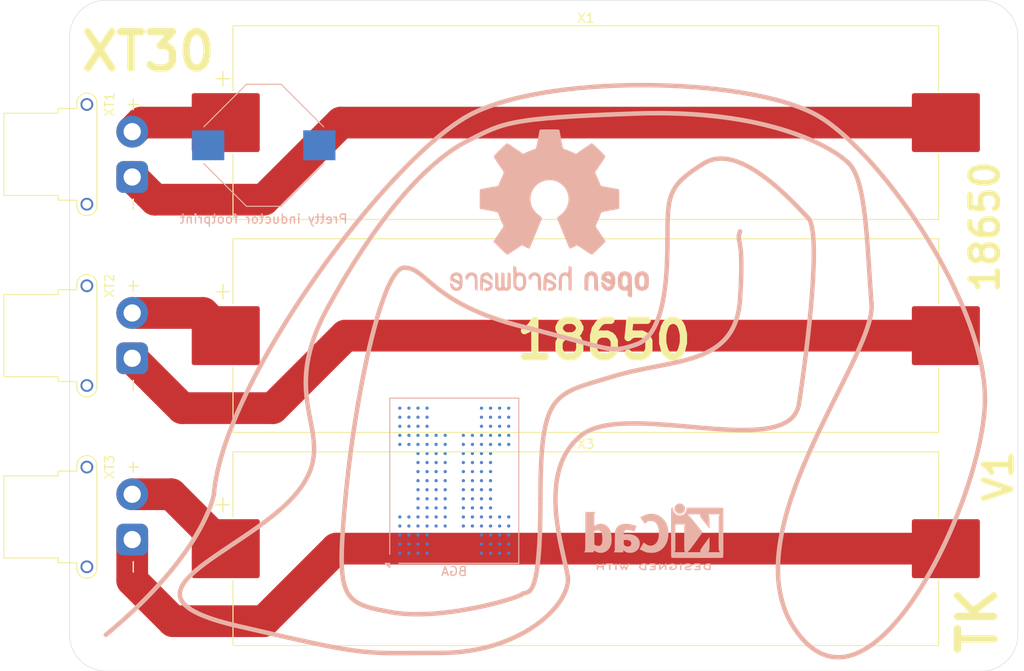
<source format=kicad_pcb>
(kicad_pcb (version 20241229) (generator "pcbnew") (generator_version "9.0")
  (layers (0 "F.Cu" signal) (2 "B.Cu" signal) (13 "F.Paste" user) (15 "B.Paste" user) (5 "F.SilkS" user "F.Silkscreen") (7 "B.SilkS" user "B.Silkscreen") (1 "F.Mask" user) (3 "B.Mask" user) (25 "Edge.Cuts" user))
  (net 0 "")
  (net 1 "Net-(X1-Pin_1)")
  (net 2 "Net-(X1-Pin_2)")
  (net 3 "Net-(X2-Pin_1)")
  (net 4 "Net-(X2-Pin_2)")
  (net 5 "Net-(X3-Pin_2)")
  (net 6 "Net-(X3-Pin_1)")
  (footprint "Battery:BatteryHolder_Keystone_1042_1x18650" (layer "F.Cu") (at 163.5 114.5)
    (property "Reference" "X3" (at 0 -11.53 0) (layer "F.SilkS"))
    (property "Value" "18650 holder")
    (fp_text user "+" (at -40 -5 0) (layer "F.SilkS") (effects (font (size 2 2))))
    (pad "" np_thru_hole circle (at -36.13 -8) (size 2.39 2.39) (drill 2.39) (layers "*.Cu" "*.Mask"))
    (pad "" np_thru_hole circle (at -27.62 8) (size 3.45 3.45) (drill 3.45) (layers "*.Cu" "*.Mask"))
    (pad "" np_thru_hole circle (at 27.62 -8) (size 3.45 3.45) (drill 3.45) (layers "*.Cu" "*.Mask"))
    (pad "1" smd roundrect (at -39.69 0) (size 7.5 6.5) (layers "F.Cu" "F.Mask" "F.Paste") (roundrect_rratio 0.038462) (net 6 "Net-(X3-Pin_1)"))
    (pad "2" smd roundrect (at 39.69 0) (size 7.5 6.5) (layers "F.Cu" "F.Mask" "F.Paste") (roundrect_rratio 0.038462) (net 5 "Net-(X3-Pin_2)"))
  )
  (footprint "Battery:BatteryHolder_Keystone_1042_1x18650" (layer "F.Cu") (at 163.5 67.5)
    (property "Reference" "X1" (at 0 -11.53 0) (layer "F.SilkS"))
    (property "Value" "18650 holder")
    (fp_text user "+" (at -40 -5 0) (layer "F.SilkS") (effects (font (size 2 2))))
    (pad "" np_thru_hole circle (at -36.13 -8) (size 2.39 2.39) (drill 2.39) (layers "*.Cu" "*.Mask"))
    (pad "" np_thru_hole circle (at -27.62 8) (size 3.45 3.45) (drill 3.45) (layers "*.Cu" "*.Mask"))
    (pad "" np_thru_hole circle (at 27.62 -8) (size 3.45 3.45) (drill 3.45) (layers "*.Cu" "*.Mask"))
    (pad "1" smd roundrect (at -39.69 0) (size 7.5 6.5) (layers "F.Cu" "F.Mask" "F.Paste") (roundrect_rratio 0.038462) (net 1 "Net-(X1-Pin_1)"))
    (pad "2" smd roundrect (at 39.69 0) (size 7.5 6.5) (layers "F.Cu" "F.Mask" "F.Paste") (roundrect_rratio 0.038462) (net 2 "Net-(X1-Pin_2)"))
  )
  (footprint "Connector_AMASS:AMASS_XT30PW-F_1x02_P2.50mm_Horizontal" (layer "F.Cu") (at 113.5 93.5 90)
    (property "Reference" "XT2" (at 8 -2.5 90) (layer "F.SilkS"))
    (property "Value" "XT30")
    (fp_text user "+" (at 8 0 90) (layer "F.SilkS") (effects (font (size 1.5 1.5))))
    (fp_text user "-" (at -3 0 90) (layer "F.SilkS") (effects (font (size 1.5 1.5))))
    (pad "" thru_hole circle (at -3 -5 180) (size 1.4 1.4) (drill 1) (layers "*.Cu" "*.Mask"))
    (pad "" thru_hole circle (at 8 -5 90) (size 1.4 1.4) (drill 1) (layers "*.Cu" "*.Mask"))
    (pad "1" thru_hole roundrect (at 0 0 90) (size 3.5 3.5) (drill 1.9) (layers "*.Cu" "*.Mask") (roundrect_rratio 0.22) (net 4 "Net-(X2-Pin_2)"))
    (pad "2" thru_hole circle (at 5 0 90) (size 3.5 3.5) (drill 1.9) (layers "*.Cu" "*.Mask") (net 3 "Net-(X2-Pin_1)"))
  )
  (footprint "Battery:BatteryHolder_Keystone_1042_1x18650" (layer "F.Cu") (at 163.5 91)
    (property "Reference" "X2" (at 0 -11.53 0) (layer "F.SilkS"))
    (property "Value" "18650 holder")
    (fp_text user "+" (at -40 -5 0) (layer "F.SilkS") (effects (font (size 2 2))))
    (pad "" np_thru_hole circle (at -36.13 -8) (size 2.39 2.39) (drill 2.39) (layers "*.Cu" "*.Mask"))
    (pad "" np_thru_hole circle (at -27.62 8) (size 3.45 3.45) (drill 3.45) (layers "*.Cu" "*.Mask"))
    (pad "" np_thru_hole circle (at 27.62 -8) (size 3.45 3.45) (drill 3.45) (layers "*.Cu" "*.Mask"))
    (pad "1" smd roundrect (at -39.69 0) (size 7.5 6.5) (layers "F.Cu" "F.Mask" "F.Paste") (roundrect_rratio 0.038462) (net 3 "Net-(X2-Pin_1)"))
    (pad "2" smd roundrect (at 39.69 0) (size 7.5 6.5) (layers "F.Cu" "F.Mask" "F.Paste") (roundrect_rratio 0.038462) (net 4 "Net-(X2-Pin_2)"))
  )
  (footprint "Connector_AMASS:AMASS_XT30PW-F_1x02_P2.50mm_Horizontal" (layer "F.Cu") (at 113.5 73.5 90)
    (property "Reference" "XT1" (at 8 -2.5 90) (layer "F.SilkS"))
    (property "Value" "XT30")
    (fp_text user "-" (at -3 0 90) (layer "F.SilkS") (effects (font (size 1.5 1.5))))
    (fp_text user "+" (at 8 0 90) (layer "F.SilkS") (effects (font (size 1.5 1.5))))
    (pad "" thru_hole circle (at -3 -5 180) (size 1.4 1.4) (drill 1) (layers "*.Cu" "*.Mask"))
    (pad "" thru_hole circle (at 8 -5 90) (size 1.4 1.4) (drill 1) (layers "*.Cu" "*.Mask"))
    (pad "1" thru_hole roundrect (at 0 0 90) (size 3.5 3.5) (drill 1.9) (layers "*.Cu" "*.Mask") (roundrect_rratio 0.22) (net 2 "Net-(X1-Pin_2)"))
    (pad "2" thru_hole circle (at 5 0 90) (size 3.5 3.5) (drill 1.9) (layers "*.Cu" "*.Mask") (net 1 "Net-(X1-Pin_1)"))
  )
  (footprint "Connector_AMASS:AMASS_XT30PW-F_1x02_P2.50mm_Horizontal" (layer "F.Cu") (at 113.5 113.5 90)
    (property "Reference" "XT3" (at 8 -2.5 90) (layer "F.SilkS"))
    (property "Value" "XT30")
    (fp_text user "-" (at -3 0 90) (layer "F.SilkS") (effects (font (size 1.5 1.5))))
    (fp_text user "+" (at 8 0 90) (layer "F.SilkS") (effects (font (size 1.5 1.5))))
    (pad "" thru_hole circle (at -3 -5 180) (size 1.4 1.4) (drill 1) (layers "*.Cu" "*.Mask"))
    (pad "" thru_hole circle (at 8 -5 90) (size 1.4 1.4) (drill 1) (layers "*.Cu" "*.Mask"))
    (pad "1" thru_hole roundrect (at 0 0 90) (size 3.5 3.5) (drill 1.9) (layers "*.Cu" "*.Mask") (roundrect_rratio 0.22) (net 5 "Net-(X3-Pin_2)"))
    (pad "2" thru_hole circle (at 5 0 90) (size 3.5 3.5) (drill 1.9) (layers "*.Cu" "*.Mask") (net 6 "Net-(X3-Pin_1)"))
  )
  (footprint "Package_BGA:BGA-152_14x18mm_Layout13x17_P1mm" (layer "B.Cu") (at 149 107)
    (property "Reference" "BGA" (at 0 10 180) (layer "B.SilkS") (effects (justify mirror)))
    (property "Value" "BGA-152_14x18mm_Layout13x17_P1mm")
    (pad "A1" smd circle (at -6 8) (size 0.36 0.36) (property pad_prop_bga) (layers "B.Cu" "B.Mask" "B.Paste"))
    (pad "A2" smd circle (at -5 8) (size 0.36 0.36) (property pad_prop_bga) (layers "B.Cu" "B.Mask" "B.Paste"))
    (pad "A3" smd circle (at -4 8) (size 0.36 0.36) (property pad_prop_bga) (layers "B.Cu" "B.Mask" "B.Paste"))
    (pad "A4" smd circle (at -3 8) (size 0.36 0.36) (property pad_prop_bga) (layers "B.Cu" "B.Mask" "B.Paste"))
    (pad "A10" smd circle (at 3 8) (size 0.36 0.36) (property pad_prop_bga) (layers "B.Cu" "B.Mask" "B.Paste"))
    (pad "A11" smd circle (at 4 8) (size 0.36 0.36) (property pad_prop_bga) (layers "B.Cu" "B.Mask" "B.Paste"))
    (pad "A12" smd circle (at 5 8) (size 0.36 0.36) (property pad_prop_bga) (layers "B.Cu" "B.Mask" "B.Paste"))
    (pad "A13" smd circle (at 6 8) (size 0.36 0.36) (property pad_prop_bga) (layers "B.Cu" "B.Mask" "B.Paste"))
    (pad "B1" smd circle (at -6 7) (size 0.36 0.36) (property pad_prop_bga) (layers "B.Cu" "B.Mask" "B.Paste"))
    (pad "B2" smd circle (at -5 7) (size 0.36 0.36) (property pad_prop_bga) (layers "B.Cu" "B.Mask" "B.Paste"))
    (pad "B3" smd circle (at -4 7) (size 0.36 0.36) (property pad_prop_bga) (layers "B.Cu" "B.Mask" "B.Paste"))
    (pad "B4" smd circle (at -3 7) (size 0.36 0.36) (property pad_prop_bga) (layers "B.Cu" "B.Mask" "B.Paste"))
    (pad "B10" smd circle (at 3 7) (size 0.36 0.36) (property pad_prop_bga) (layers "B.Cu" "B.Mask" "B.Paste"))
    (pad "B11" smd circle (at 4 7) (size 0.36 0.36) (property pad_prop_bga) (layers "B.Cu" "B.Mask" "B.Paste"))
    (pad "B12" smd circle (at 5 7) (size 0.36 0.36) (property pad_prop_bga) (layers "B.Cu" "B.Mask" "B.Paste"))
    (pad "B13" smd circle (at 6 7) (size 0.36 0.36) (property pad_prop_bga) (layers "B.Cu" "B.Mask" "B.Paste"))
    (pad "C1" smd circle (at -6 6) (size 0.36 0.36) (property pad_prop_bga) (layers "B.Cu" "B.Mask" "B.Paste"))
    (pad "C2" smd circle (at -5 6) (size 0.36 0.36) (property pad_prop_bga) (layers "B.Cu" "B.Mask" "B.Paste"))
    (pad "C3" smd circle (at -4 6) (size 0.36 0.36) (property pad_prop_bga) (layers "B.Cu" "B.Mask" "B.Paste"))
    (pad "C4" smd circle (at -3 6) (size 0.36 0.36) (property pad_prop_bga) (layers "B.Cu" "B.Mask" "B.Paste"))
    (pad "C10" smd circle (at 3 6) (size 0.36 0.36) (property pad_prop_bga) (layers "B.Cu" "B.Mask" "B.Paste"))
    (pad "C11" smd circle (at 4 6) (size 0.36 0.36) (property pad_prop_bga) (layers "B.Cu" "B.Mask" "B.Paste"))
    (pad "C12" smd circle (at 5 6) (size 0.36 0.36) (property pad_prop_bga) (layers "B.Cu" "B.Mask" "B.Paste"))
    (pad "C13" smd circle (at 6 6) (size 0.36 0.36) (property pad_prop_bga) (layers "B.Cu" "B.Mask" "B.Paste"))
    (pad "D1" smd circle (at -6 5) (size 0.36 0.36) (property pad_prop_bga) (layers "B.Cu" "B.Mask" "B.Paste"))
    (pad "D2" smd circle (at -5 5) (size 0.36 0.36) (property pad_prop_bga) (layers "B.Cu" "B.Mask" "B.Paste"))
    (pad "D3" smd circle (at -4 5) (size 0.36 0.36) (property pad_prop_bga) (layers "B.Cu" "B.Mask" "B.Paste"))
    (pad "D4" smd circle (at -3 5) (size 0.36 0.36) (property pad_prop_bga) (layers "B.Cu" "B.Mask" "B.Paste"))
    (pad "D5" smd circle (at -2 5) (size 0.36 0.36) (property pad_prop_bga) (layers "B.Cu" "B.Mask" "B.Paste"))
    (pad "D6" smd circle (at -1 5) (size 0.36 0.36) (property pad_prop_bga) (layers "B.Cu" "B.Mask" "B.Paste"))
    (pad "D8" smd circle (at 1 5) (size 0.36 0.36) (property pad_prop_bga) (layers "B.Cu" "B.Mask" "B.Paste"))
    (pad "D9" smd circle (at 2 5) (size 0.36 0.36) (property pad_prop_bga) (layers "B.Cu" "B.Mask" "B.Paste"))
    (pad "D10" smd circle (at 3 5) (size 0.36 0.36) (property pad_prop_bga) (layers "B.Cu" "B.Mask" "B.Paste"))
    (pad "D11" smd circle (at 4 5) (size 0.36 0.36) (property pad_prop_bga) (layers "B.Cu" "B.Mask" "B.Paste"))
    (pad "D12" smd circle (at 5 5) (size 0.36 0.36) (property pad_prop_bga) (layers "B.Cu" "B.Mask" "B.Paste"))
    (pad "D13" smd circle (at 6 5) (size 0.36 0.36) (property pad_prop_bga) (layers "B.Cu" "B.Mask" "B.Paste"))
    (pad "E1" smd circle (at -6 4) (size 0.36 0.36) (property pad_prop_bga) (layers "B.Cu" "B.Mask" "B.Paste"))
    (pad "E2" smd circle (at -5 4) (size 0.36 0.36) (property pad_prop_bga) (layers "B.Cu" "B.Mask" "B.Paste"))
    (pad "E3" smd circle (at -4 4) (size 0.36 0.36) (property pad_prop_bga) (layers "B.Cu" "B.Mask" "B.Paste"))
    (pad "E4" smd circle (at -3 4) (size 0.36 0.36) (property pad_prop_bga) (layers "B.Cu" "B.Mask" "B.Paste"))
    (pad "E5" smd circle (at -2 4) (size 0.36 0.36) (property pad_prop_bga) (layers "B.Cu" "B.Mask" "B.Paste"))
    (pad "E6" smd circle (at -1 4) (size 0.36 0.36) (property pad_prop_bga) (layers "B.Cu" "B.Mask" "B.Paste"))
    (pad "E8" smd circle (at 1 4) (size 0.36 0.36) (property pad_prop_bga) (layers "B.Cu" "B.Mask" "B.Paste"))
    (pad "E9" smd circle (at 2 4) (size 0.36 0.36) (property pad_prop_bga) (layers "B.Cu" "B.Mask" "B.Paste"))
    (pad "E10" smd circle (at 3 4) (size 0.36 0.36) (property pad_prop_bga) (layers "B.Cu" "B.Mask" "B.Paste"))
    (pad "E11" smd circle (at 4 4) (size 0.36 0.36) (property pad_prop_bga) (layers "B.Cu" "B.Mask" "B.Paste"))
    (pad "E12" smd circle (at 5 4) (size 0.36 0.36) (property pad_prop_bga) (layers "B.Cu" "B.Mask" "B.Paste"))
    (pad "E13" smd circle (at 6 4) (size 0.36 0.36) (property pad_prop_bga) (layers "B.Cu" "B.Mask" "B.Paste"))
    (pad "F3" smd circle (at -4 3) (size 0.36 0.36) (property pad_prop_bga) (layers "B.Cu" "B.Mask" "B.Paste"))
    (pad "F4" smd circle (at -3 3) (size 0.36 0.36) (property pad_prop_bga) (layers "B.Cu" "B.Mask" "B.Paste"))
    (pad "F5" smd circle (at -2 3) (size 0.36 0.36) (property pad_prop_bga) (layers "B.Cu" "B.Mask" "B.Paste"))
    (pad "F6" smd circle (at -1 3) (size 0.36 0.36) (property pad_prop_bga) (layers "B.Cu" "B.Mask" "B.Paste"))
    (pad "F8" smd circle (at 1 3) (size 0.36 0.36) (property pad_prop_bga) (layers "B.Cu" "B.Mask" "B.Paste"))
    (pad "F9" smd circle (at 2 3) (size 0.36 0.36) (property pad_prop_bga) (layers "B.Cu" "B.Mask" "B.Paste"))
    (pad "F10" smd circle (at 3 3) (size 0.36 0.36) (property pad_prop_bga) (layers "B.Cu" "B.Mask" "B.Paste"))
    (pad "F11" smd circle (at 4 3) (size 0.36 0.36) (property pad_prop_bga) (layers "B.Cu" "B.Mask" "B.Paste"))
    (pad "G3" smd circle (at -4 2) (size 0.36 0.36) (property pad_prop_bga) (layers "B.Cu" "B.Mask" "B.Paste"))
    (pad "G4" smd circle (at -3 2) (size 0.36 0.36) (property pad_prop_bga) (layers "B.Cu" "B.Mask" "B.Paste"))
    (pad "G5" smd circle (at -2 2) (size 0.36 0.36) (property pad_prop_bga) (layers "B.Cu" "B.Mask" "B.Paste"))
    (pad "G6" smd circle (at -1 2) (size 0.36 0.36) (property pad_prop_bga) (layers "B.Cu" "B.Mask" "B.Paste"))
    (pad "G8" smd circle (at 1 2) (size 0.36 0.36) (property pad_prop_bga) (layers "B.Cu" "B.Mask" "B.Paste"))
    (pad "G9" smd circle (at 2 2) (size 0.36 0.36) (property pad_prop_bga) (layers "B.Cu" "B.Mask" "B.Paste"))
    (pad "G10" smd circle (at 3 2) (size 0.36 0.36) (property pad_prop_bga) (layers "B.Cu" "B.Mask" "B.Paste"))
    (pad "G11" smd circle (at 4 2) (size 0.36 0.36) (property pad_prop_bga) (layers "B.Cu" "B.Mask" "B.Paste"))
    (pad "H3" smd circle (at -4 1) (size 0.36 0.36) (property pad_prop_bga) (layers "B.Cu" "B.Mask" "B.Paste"))
    (pad "H4" smd circle (at -3 1) (size 0.36 0.36) (property pad_prop_bga) (layers "B.Cu" "B.Mask" "B.Paste"))
    (pad "H5" smd circle (at -2 1) (size 0.36 0.36) (property pad_prop_bga) (layers "B.Cu" "B.Mask" "B.Paste"))
    (pad "H6" smd circle (at -1 1) (size 0.36 0.36) (property pad_prop_bga) (layers "B.Cu" "B.Mask" "B.Paste"))
    (pad "H8" smd circle (at 1 1) (size 0.36 0.36) (property pad_prop_bga) (layers "B.Cu" "B.Mask" "B.Paste"))
    (pad "H9" smd circle (at 2 1) (size 0.36 0.36) (property pad_prop_bga) (layers "B.Cu" "B.Mask" "B.Paste"))
    (pad "H10" smd circle (at 3 1) (size 0.36 0.36) (property pad_prop_bga) (layers "B.Cu" "B.Mask" "B.Paste"))
    (pad "H11" smd circle (at 4 1) (size 0.36 0.36) (property pad_prop_bga) (layers "B.Cu" "B.Mask" "B.Paste"))
    (pad "J3" smd circle (at -4 0) (size 0.36 0.36) (property pad_prop_bga) (layers "B.Cu" "B.Mask" "B.Paste"))
    (pad "J4" smd circle (at -3 0) (size 0.36 0.36) (property pad_prop_bga) (layers "B.Cu" "B.Mask" "B.Paste"))
    (pad "J5" smd circle (at -2 0) (size 0.36 0.36) (property pad_prop_bga) (layers "B.Cu" "B.Mask" "B.Paste"))
    (pad "J6" smd circle (at -1 0) (size 0.36 0.36) (property pad_prop_bga) (layers "B.Cu" "B.Mask" "B.Paste"))
    (pad "J8" smd circle (at 1 0) (size 0.36 0.36) (property pad_prop_bga) (layers "B.Cu" "B.Mask" "B.Paste"))
    (pad "J9" smd circle (at 2 0) (size 0.36 0.36) (property pad_prop_bga) (layers "B.Cu" "B.Mask" "B.Paste"))
    (pad "J10" smd circle (at 3 0) (size 0.36 0.36) (property pad_prop_bga) (layers "B.Cu" "B.Mask" "B.Paste"))
    (pad "J11" smd circle (at 4 0) (size 0.36 0.36) (property pad_prop_bga) (layers "B.Cu" "B.Mask" "B.Paste"))
    (pad "K3" smd circle (at -4 -1) (size 0.36 0.36) (property pad_prop_bga) (layers "B.Cu" "B.Mask" "B.Paste"))
    (pad "K4" smd circle (at -3 -1) (size 0.36 0.36) (property pad_prop_bga) (layers "B.Cu" "B.Mask" "B.Paste"))
    (pad "K5" smd circle (at -2 -1) (size 0.36 0.36) (property pad_prop_bga) (layers "B.Cu" "B.Mask" "B.Paste"))
    (pad "K6" smd circle (at -1 -1) (size 0.36 0.36) (property pad_prop_bga) (layers "B.Cu" "B.Mask" "B.Paste"))
    (pad "K8" smd circle (at 1 -1) (size 0.36 0.36) (property pad_prop_bga) (layers "B.Cu" "B.Mask" "B.Paste"))
    (pad "K9" smd circle (at 2 -1) (size 0.36 0.36) (property pad_prop_bga) (layers "B.Cu" "B.Mask" "B.Paste"))
    (pad "K10" smd circle (at 3 -1) (size 0.36 0.36) (property pad_prop_bga) (layers "B.Cu" "B.Mask" "B.Paste"))
    (pad "K11" smd circle (at 4 -1) (size 0.36 0.36) (property pad_prop_bga) (layers "B.Cu" "B.Mask" "B.Paste"))
    (pad "L3" smd circle (at -4 -2) (size 0.36 0.36) (property pad_prop_bga) (layers "B.Cu" "B.Mask" "B.Paste"))
    (pad "L4" smd circle (at -3 -2) (size 0.36 0.36) (property pad_prop_bga) (layers "B.Cu" "B.Mask" "B.Paste"))
    (pad "L5" smd circle (at -2 -2) (size 0.36 0.36) (property pad_prop_bga) (layers "B.Cu" "B.Mask" "B.Paste"))
    (pad "L6" smd circle (at -1 -2) (size 0.36 0.36) (property pad_prop_bga) (layers "B.Cu" "B.Mask" "B.Paste"))
    (pad "L8" smd circle (at 1 -2) (size 0.36 0.36) (property pad_prop_bga) (layers "B.Cu" "B.Mask" "B.Paste"))
    (pad "L9" smd circle (at 2 -2) (size 0.36 0.36) (property pad_prop_bga) (layers "B.Cu" "B.Mask" "B.Paste"))
    (pad "L10" smd circle (at 3 -2) (size 0.36 0.36) (property pad_prop_bga) (layers "B.Cu" "B.Mask" "B.Paste"))
    (pad "L11" smd circle (at 4 -2) (size 0.36 0.36) (property pad_prop_bga) (layers "B.Cu" "B.Mask" "B.Paste"))
    (pad "M3" smd circle (at -4 -3) (size 0.36 0.36) (property pad_prop_bga) (layers "B.Cu" "B.Mask" "B.Paste"))
    (pad "M4" smd circle (at -3 -3) (size 0.36 0.36) (property pad_prop_bga) (layers "B.Cu" "B.Mask" "B.Paste"))
    (pad "M5" smd circle (at -2 -3) (size 0.36 0.36) (property pad_prop_bga) (layers "B.Cu" "B.Mask" "B.Paste"))
    (pad "M6" smd circle (at -1 -3) (size 0.36 0.36) (property pad_prop_bga) (layers "B.Cu" "B.Mask" "B.Paste"))
    (pad "M8" smd circle (at 1 -3) (size 0.36 0.36) (property pad_prop_bga) (layers "B.Cu" "B.Mask" "B.Paste"))
    (pad "M9" smd circle (at 2 -3) (size 0.36 0.36) (property pad_prop_bga) (layers "B.Cu" "B.Mask" "B.Paste"))
    (pad "M10" smd circle (at 3 -3) (size 0.36 0.36) (property pad_prop_bga) (layers "B.Cu" "B.Mask" "B.Paste"))
    (pad "M11" smd circle (at 4 -3) (size 0.36 0.36) (property pad_prop_bga) (layers "B.Cu" "B.Mask" "B.Paste"))
    (pad "N1" smd circle (at -6 -4) (size 0.36 0.36) (property pad_prop_bga) (layers "B.Cu" "B.Mask" "B.Paste"))
    (pad "N2" smd circle (at -5 -4) (size 0.36 0.36) (property pad_prop_bga) (layers "B.Cu" "B.Mask" "B.Paste"))
    (pad "N3" smd circle (at -4 -4) (size 0.36 0.36) (property pad_prop_bga) (layers "B.Cu" "B.Mask" "B.Paste"))
    (pad "N4" smd circle (at -3 -4) (size 0.36 0.36) (property pad_prop_bga) (layers "B.Cu" "B.Mask" "B.Paste"))
    (pad "N5" smd circle (at -2 -4) (size 0.36 0.36) (property pad_prop_bga) (layers "B.Cu" "B.Mask" "B.Paste"))
    (pad "N6" smd circle (at -1 -4) (size 0.36 0.36) (property pad_prop_bga) (layers "B.Cu" "B.Mask" "B.Paste"))
    (pad "N8" smd circle (at 1 -4) (size 0.36 0.36) (property pad_prop_bga) (layers "B.Cu" "B.Mask" "B.Paste"))
    (pad "N9" smd circle (at 2 -4) (size 0.36 0.36) (property pad_prop_bga) (layers "B.Cu" "B.Mask" "B.Paste"))
    (pad "N10" smd circle (at 3 -4) (size 0.36 0.36) (property pad_prop_bga) (layers "B.Cu" "B.Mask" "B.Paste"))
    (pad "N11" smd circle (at 4 -4) (size 0.36 0.36) (property pad_prop_bga) (layers "B.Cu" "B.Mask" "B.Paste"))
    (pad "N12" smd circle (at 5 -4) (size 0.36 0.36) (property pad_prop_bga) (layers "B.Cu" "B.Mask" "B.Paste"))
    (pad "N13" smd circle (at 6 -4) (size 0.36 0.36) (property pad_prop_bga) (layers "B.Cu" "B.Mask" "B.Paste"))
    (pad "P1" smd circle (at -6 -5) (size 0.36 0.36) (property pad_prop_bga) (layers "B.Cu" "B.Mask" "B.Paste"))
    (pad "P2" smd circle (at -5 -5) (size 0.36 0.36) (property pad_prop_bga) (layers "B.Cu" "B.Mask" "B.Paste"))
    (pad "P3" smd circle (at -4 -5) (size 0.36 0.36) (property pad_prop_bga) (layers "B.Cu" "B.Mask" "B.Paste"))
    (pad "P4" smd circle (at -3 -5) (size 0.36 0.36) (property pad_prop_bga) (layers "B.Cu" "B.Mask" "B.Paste"))
    (pad "P5" smd circle (at -2 -5) (size 0.36 0.36) (property pad_prop_bga) (layers "B.Cu" "B.Mask" "B.Paste"))
    (pad "P6" smd circle (at -1 -5) (size 0.36 0.36) (property pad_prop_bga) (layers "B.Cu" "B.Mask" "B.Paste"))
    (pad "P8" smd circle (at 1 -5) (size 0.36 0.36) (property pad_prop_bga) (layers "B.Cu" "B.Mask" "B.Paste"))
    (pad "P9" smd circle (at 2 -5) (size 0.36 0.36) (property pad_prop_bga) (layers "B.Cu" "B.Mask" "B.Paste"))
    (pad "P10" smd circle (at 3 -5) (size 0.36 0.36) (property pad_prop_bga) (layers "B.Cu" "B.Mask" "B.Paste"))
    (pad "P11" smd circle (at 4 -5) (size 0.36 0.36) (property pad_prop_bga) (layers "B.Cu" "B.Mask" "B.Paste"))
    (pad "P12" smd circle (at 5 -5) (size 0.36 0.36) (property pad_prop_bga) (layers "B.Cu" "B.Mask" "B.Paste"))
    (pad "P13" smd circle (at 6 -5) (size 0.36 0.36) (property pad_prop_bga) (layers "B.Cu" "B.Mask" "B.Paste"))
    (pad "R1" smd circle (at -6 -6) (size 0.36 0.36) (property pad_prop_bga) (layers "B.Cu" "B.Mask" "B.Paste"))
    (pad "R2" smd circle (at -5 -6) (size 0.36 0.36) (property pad_prop_bga) (layers "B.Cu" "B.Mask" "B.Paste"))
    (pad "R3" smd circle (at -4 -6) (size 0.36 0.36) (property pad_prop_bga) (layers "B.Cu" "B.Mask" "B.Paste"))
    (pad "R4" smd circle (at -3 -6) (size 0.36 0.36) (property pad_prop_bga) (layers "B.Cu" "B.Mask" "B.Paste"))
    (pad "R10" smd circle (at 3 -6) (size 0.36 0.36) (property pad_prop_bga) (layers "B.Cu" "B.Mask" "B.Paste"))
    (pad "R11" smd circle (at 4 -6) (size 0.36 0.36) (property pad_prop_bga) (layers "B.Cu" "B.Mask" "B.Paste"))
    (pad "R12" smd circle (at 5 -6) (size 0.36 0.36) (property pad_prop_bga) (layers "B.Cu" "B.Mask" "B.Paste"))
    (pad "R13" smd circle (at 6 -6) (size 0.36 0.36) (property pad_prop_bga) (layers "B.Cu" "B.Mask" "B.Paste"))
    (pad "T1" smd circle (at -6 -7) (size 0.36 0.36) (property pad_prop_bga) (layers "B.Cu" "B.Mask" "B.Paste"))
    (pad "T2" smd circle (at -5 -7) (size 0.36 0.36) (property pad_prop_bga) (layers "B.Cu" "B.Mask" "B.Paste"))
    (pad "T3" smd circle (at -4 -7) (size 0.36 0.36) (property pad_prop_bga) (layers "B.Cu" "B.Mask" "B.Paste"))
    (pad "T4" smd circle (at -3 -7) (size 0.36 0.36) (property pad_prop_bga) (layers "B.Cu" "B.Mask" "B.Paste"))
    (pad "T10" smd circle (at 3 -7) (size 0.36 0.36) (property pad_prop_bga) (layers "B.Cu" "B.Mask" "B.Paste"))
    (pad "T11" smd circle (at 4 -7) (size 0.36 0.36) (property pad_prop_bga) (layers "B.Cu" "B.Mask" "B.Paste"))
    (pad "T12" smd circle (at 5 -7) (size 0.36 0.36) (property pad_prop_bga) (layers "B.Cu" "B.Mask" "B.Paste"))
    (pad "T13" smd circle (at 6 -7) (size 0.36 0.36) (property pad_prop_bga) (layers "B.Cu" "B.Mask" "B.Paste"))
    (pad "U1" smd circle (at -6 -8) (size 0.36 0.36) (property pad_prop_bga) (layers "B.Cu" "B.Mask" "B.Paste"))
    (pad "U2" smd circle (at -5 -8) (size 0.36 0.36) (property pad_prop_bga) (layers "B.Cu" "B.Mask" "B.Paste"))
    (pad "U3" smd circle (at -4 -8) (size 0.36 0.36) (property pad_prop_bga) (layers "B.Cu" "B.Mask" "B.Paste"))
    (pad "U4" smd circle (at -3 -8) (size 0.36 0.36) (property pad_prop_bga) (layers "B.Cu" "B.Mask" "B.Paste"))
    (pad "U10" smd circle (at 3 -8) (size 0.36 0.36) (property pad_prop_bga) (layers "B.Cu" "B.Mask" "B.Paste"))
    (pad "U11" smd circle (at 4 -8) (size 0.36 0.36) (property pad_prop_bga) (layers "B.Cu" "B.Mask" "B.Paste"))
    (pad "U12" smd circle (at 5 -8) (size 0.36 0.36) (property pad_prop_bga) (layers "B.Cu" "B.Mask" "B.Paste"))
    (pad "U13" smd circle (at 6 -8) (size 0.36 0.36) (property pad_prop_bga) (layers "B.Cu" "B.Mask" "B.Paste"))
  )
  (footprint "Symbol:OSHW-Logo2_24.3x20mm_SilkScreen" (layer "B.Cu") (at 159.5 77.5 180)
    (property "Reference" "REF**" (hide yes))
    (property "Value" "OSHW-Logo2_24.3x20mm_SilkScreen" (hide yes))
  )
  (footprint "Symbol:KiCad-Logo2_6mm_SilkScreen" (layer "B.Cu") (at 171 112.5 180)
    (property "Reference" "REF**" (hide yes))
    (property "Value" "KiCad-Logo2_6mm_SilkScreen" (hide yes))
  )
  (footprint "Inductor_SMD:L_Sagami_CER1257B" (layer "B.Cu") (at 128 70)
    (property "Reference" "Pretty inductor footprint" (at 0 8.128 180) (layer "B.SilkS") (effects (justify mirror)))
    (property "Value" "L_Sagami_CER1257B")
    (pad "1" smd rect (at -6.125 0) (size 3.55 3.3) (layers "B.Cu" "B.Mask" "B.Paste"))
    (pad "2" smd rect (at 6.125 0) (size 3.55 3.3) (layers "B.Cu" "B.Mask" "B.Paste"))
  )
  (gr_curve (pts (xy 207.5 98) (xy 207.5 108.5) (xy 195.338733 134.589385) (xy 187 124)) (stroke (width 0.5)) (layer "B.SilkS"))
  (gr_curve (pts (xy 156.5 119.5) (xy 157 119) (xy 158.5 121) (xy 158.5 109)) (stroke (width 0.5)) (layer "B.SilkS"))
  (gr_curve (pts (xy 147.5 126) (xy 156.5 126) (xy 162 120.5) (xy 161.5 117.5)) (stroke (width 0.5)) (layer "B.SilkS"))
  (gr_curve (pts (xy 189.5 67) (xy 196.5 71.5) (xy 207.5 87.5) (xy 207.5 98)) (stroke (width 0.5)) (layer "B.SilkS"))
  (gr_curve (pts (xy 110.6 124) (xy 121.5 115) (xy 122.5 108.5) (xy 122.5 108.5)) (stroke (width 0.5)) (layer "B.SilkS"))
  (gr_curve (pts (xy 166.5 95.5) (xy 173 93.5) (xy 180 94.5) (xy 180.5 87)) (stroke (width 0.5)) (layer "B.SilkS"))
  (gr_curve (pts (xy 172.5 80.5) (xy 172.5 85.5) (xy 172 91) (xy 169 92)) (stroke (width 0.5)) (layer "B.SilkS"))
  (gr_curve (pts (xy 135 88) (xy 129 99) (xy 137 102) (xy 131.5 108.5)) (stroke (width 0.5)) (layer "B.SilkS"))
  (gr_curve (pts (xy 122.5 108.5) (xy 123.5 96) (xy 142 71) (xy 151 66.5)) (stroke (width 0.5)) (layer "B.SilkS"))
  (gr_curve (pts (xy 188 78) (xy 186.5 76.5) (xy 180.5 69.5) (xy 176.5 72)) (stroke (width 0.5)) (layer "B.SilkS"))
  (gr_curve (pts (xy 169 92) (xy 166 93) (xy 166.5 92.5) (xy 156.5 90)) (stroke (width 0.5)) (layer "B.SilkS"))
  (gr_curve (pts (xy 150.5 69.5) (xy 146.5 71.5) (xy 141 77) (xy 135 88)) (stroke (width 0.5)) (layer "B.SilkS"))
  (gr_curve (pts (xy 163 102) (xy 168 98) (xy 186 105) (xy 187 98.5)) (stroke (width 0.5)) (layer "B.SilkS"))
  (gr_curve (pts (xy 187 98.5) (xy 188 92) (xy 189.5 79.5) (xy 188 78)) (stroke (width 0.5)) (layer "B.SilkS"))
  (gr_curve (pts (xy 158.5 109) (xy 158.5 97) (xy 160 97.5) (xy 166.5 95.5)) (stroke (width 0.5)) (layer "B.SilkS"))
  (gr_curve (pts (xy 195 87.5) (xy 194.5 81.5) (xy 194.5 74) (xy 192.5 72)) (stroke (width 0.5)) (layer "B.SilkS"))
  (gr_curve (pts (xy 187 124) (xy 178.661267 113.410615) (xy 195.5 93.5) (xy 195 87.5)) (stroke (width 0.5)) (layer "B.SilkS"))
  (gr_curve (pts (xy 143.5 83.5) (xy 141 83.5) (xy 138 98) (xy 137 109)) (stroke (width 0.5)) (layer "B.SilkS"))
  (gr_curve (pts (xy 169 66.5) (xy 154.85666 67) (xy 154.5 67.5) (xy 150.5 69.5)) (stroke (width 0.5)) (layer "B.SilkS"))
  (gr_curve (pts (xy 176.5 72) (xy 172.5 74.5) (xy 172.5 75.5) (xy 172.5 80.5)) (stroke (width 0.5)) (layer "B.SilkS"))
  (gr_curve (pts (xy 131.5 108.5) (xy 126 115) (xy 110 119.5) (xy 125 123)) (stroke (width 0.5)) (layer "B.SilkS"))
  (gr_curve (pts (xy 180.5 87) (xy 181 79.5) (xy 180 81) (xy 180.5 79.5)) (stroke (width 0.5)) (layer "B.SilkS"))
  (gr_curve (pts (xy 151 66.5) (xy 160 62) (xy 182.5 62.5) (xy 189.5 67)) (stroke (width 0.5)) (layer "B.SilkS"))
  (gr_curve (pts (xy 142 121.5) (xy 147.5 122.5) (xy 156 120) (xy 156.5 119.5)) (stroke (width 0.5)) (layer "B.SilkS"))
  (gr_curve (pts (xy 192.5 72) (xy 190.5 70) (xy 183.14334 66) (xy 169 66.5)) (stroke (width 0.5)) (layer "B.SilkS"))
  (gr_curve (pts (xy 137 109) (xy 136 120) (xy 136.5 120.5) (xy 142 121.5)) (stroke (width 0.5)) (layer "B.SilkS"))
  (gr_curve (pts (xy 161.5 117.5) (xy 161 114.5) (xy 158 106) (xy 163 102)) (stroke (width 0.5)) (layer "B.SilkS"))
  (gr_curve (pts (xy 156.5 90) (xy 146.5 87.5) (xy 146 83.5) (xy 143.5 83.5)) (stroke (width 0.5)) (layer "B.SilkS"))
  (gr_curve (pts (xy 125 123) (xy 140 126.5) (xy 138.5 126) (xy 147.5 126)) (stroke (width 0.5)) (layer "B.SilkS"))
  (gr_line (start 110.6 54) (end 207.12 54) (stroke (width 0.05)) (layer "Edge.Cuts"))
  (gr_line (start 211.12 58) (end 211.12 124) (stroke (width 0.05)) (layer "Edge.Cuts"))
  (gr_arc (start 106.6 58) (mid 107.771573 55.171573) (end 110.6 54) (stroke (width 0.05)) (layer "Edge.Cuts"))
  (gr_arc (start 211.12 124) (mid 209.948427 126.828427) (end 207.12 128) (stroke (width 0.05)) (layer "Edge.Cuts"))
  (gr_arc (start 207.12 54) (mid 209.948427 55.171573) (end 211.12 58) (stroke (width 0.05)) (layer "Edge.Cuts"))
  (gr_line (start 207.12 128) (end 110.6 128) (stroke (width 0.05)) (layer "Edge.Cuts"))
  (gr_arc (start 110.6 128) (mid 107.771573 126.828427) (end 106.6 124) (stroke (width 0.05)) (layer "Edge.Cuts"))
  (gr_line (start 106.6 124) (end 106.6 58) (stroke (width 0.05)) (layer "Edge.Cuts"))
  (gr_text "18650" (at 165.5 91.5 0) (layer "F.SilkS") (effects (font (size 4 4) (thickness 0.8))))
  (gr_text "18650" (at 207.5 79 90) (layer "F.SilkS") (effects (font (size 3 3) (thickness 0.6) (bold yes))))
  (gr_text "XT30" (at 107.5 62 0) (layer "F.SilkS") (effects (font (size 4 4) (thickness 0.8)) (justify left bottom)))
  (gr_text "TK" (at 209 126.5 90) (layer "F.SilkS") (effects (font (size 4 4) (thickness 0.8)) (justify left bottom)))
  (gr_text "V1" (at 209 106.5 90) (layer "F.SilkS") (effects (font (size 3 3) (thickness 0.6) (bold yes))))
  (segment (start 114.5 67.5) (end 113.5 68.5) (width 3.5) (layer "F.Cu") (net 1))
  (segment (start 123.81 67.5) (end 114.5 67.5) (width 3.5) (layer "F.Cu") (net 1))
  (segment (start 113.5 73.5) (end 116 76) (width 3.5) (layer "F.Cu") (net 2))
  (segment (start 128 76) (end 136.5 67.5) (width 3.5) (layer "F.Cu") (net 2))
  (segment (start 116 76) (end 128 76) (width 3.5) (layer "F.Cu") (net 2))
  (segment (start 136.5 67.5) (end 203.19 67.5) (width 3.5) (layer "F.Cu") (net 2))
  (segment (start 113.5 88.5) (end 121.31 88.5) (width 3.5) (layer "F.Cu") (net 3))
  (segment (start 121.31 88.5) (end 123.81 91) (width 3.5) (layer "F.Cu") (net 3))
  (segment (start 129 99) (end 137 91) (width 3.5) (layer "F.Cu") (net 4))
  (segment (start 119 99) (end 129 99) (width 3.5) (layer "F.Cu") (net 4))
  (segment (start 137 91) (end 203.19 91) (width 3.5) (layer "F.Cu") (net 4))
  (segment (start 113.5 93.5) (end 119 99) (width 3.5) (layer "F.Cu") (net 4))
  (segment (start 118 122.5) (end 128 122.5) (width 3.5) (layer "F.Cu") (net 5))
  (segment (start 136 114.5) (end 203.19 114.5) (width 3.5) (layer "F.Cu") (net 5))
  (segment (start 113.5 113.5) (end 113.5 118) (width 3.5) (layer "F.Cu") (net 5))
  (segment (start 128 122.5) (end 136 114.5) (width 3.5) (layer "F.Cu") (net 5))
  (segment (start 113.5 118) (end 118 122.5) (width 3.5) (layer "F.Cu") (net 5))
  (segment (start 117.81 108.5) (end 123.81 114.5) (width 3.5) (layer "F.Cu") (net 6))
  (segment (start 113.5 108.5) (end 117.81 108.5) (width 3.5) (layer "F.Cu") (net 6))
)
</source>
